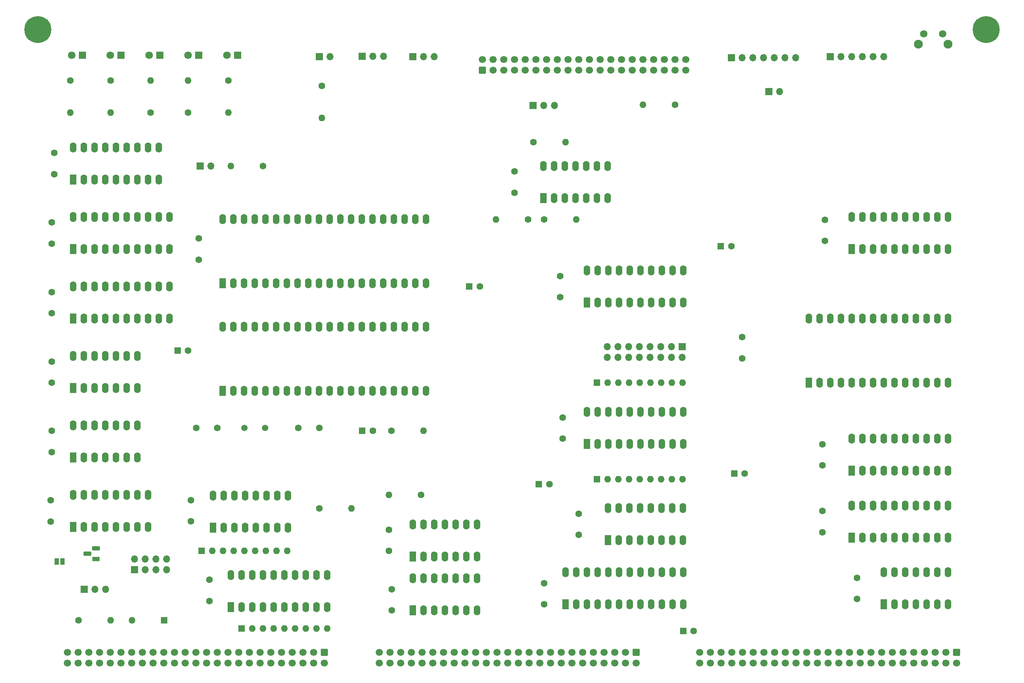
<source format=gbr>
%TF.GenerationSoftware,KiCad,Pcbnew,(6.0.11)*%
%TF.CreationDate,2023-11-11T19:50:57-06:00*%
%TF.ProjectId,processor.tms9995,70726f63-6573-4736-9f72-2e746d733939,v0.75*%
%TF.SameCoordinates,Original*%
%TF.FileFunction,Soldermask,Top*%
%TF.FilePolarity,Negative*%
%FSLAX46Y46*%
G04 Gerber Fmt 4.6, Leading zero omitted, Abs format (unit mm)*
G04 Created by KiCad (PCBNEW (6.0.11)) date 2023-11-11 19:50:57*
%MOMM*%
%LPD*%
G01*
G04 APERTURE LIST*
G04 Aperture macros list*
%AMRoundRect*
0 Rectangle with rounded corners*
0 $1 Rounding radius*
0 $2 $3 $4 $5 $6 $7 $8 $9 X,Y pos of 4 corners*
0 Add a 4 corners polygon primitive as box body*
4,1,4,$2,$3,$4,$5,$6,$7,$8,$9,$2,$3,0*
0 Add four circle primitives for the rounded corners*
1,1,$1+$1,$2,$3*
1,1,$1+$1,$4,$5*
1,1,$1+$1,$6,$7*
1,1,$1+$1,$8,$9*
0 Add four rect primitives between the rounded corners*
20,1,$1+$1,$2,$3,$4,$5,0*
20,1,$1+$1,$4,$5,$6,$7,0*
20,1,$1+$1,$6,$7,$8,$9,0*
20,1,$1+$1,$8,$9,$2,$3,0*%
G04 Aperture macros list end*
%ADD10RoundRect,0.250000X-0.600000X0.600000X-0.600000X-0.600000X0.600000X-0.600000X0.600000X0.600000X0*%
%ADD11C,1.700000*%
%ADD12C,1.600000*%
%ADD13R,1.600000X1.600000*%
%ADD14O,1.600000X1.600000*%
%ADD15R,1.800000X1.800000*%
%ADD16C,1.800000*%
%ADD17R,1.600000X2.400000*%
%ADD18O,1.600000X2.400000*%
%ADD19C,6.400000*%
%ADD20R,1.800000X1.100000*%
%ADD21RoundRect,0.275000X0.625000X-0.275000X0.625000X0.275000X-0.625000X0.275000X-0.625000X-0.275000X0*%
%ADD22C,2.100000*%
%ADD23C,1.750000*%
%ADD24R,1.700000X1.700000*%
%ADD25O,1.700000X1.700000*%
%ADD26R,1.000000X1.500000*%
%ADD27C,1.500000*%
%ADD28RoundRect,0.250000X0.600000X-0.600000X0.600000X0.600000X-0.600000X0.600000X-0.600000X-0.600000X0*%
G04 APERTURE END LIST*
D10*
%TO.C,P1*%
X108000000Y-223000000D03*
D11*
X108000000Y-225540000D03*
X105460000Y-223000000D03*
X105460000Y-225540000D03*
X102920000Y-223000000D03*
X102920000Y-225540000D03*
X100380000Y-223000000D03*
X100380000Y-225540000D03*
X97840000Y-223000000D03*
X97840000Y-225540000D03*
X95300000Y-223000000D03*
X95300000Y-225540000D03*
X92760000Y-223000000D03*
X92760000Y-225540000D03*
X90220000Y-223000000D03*
X90220000Y-225540000D03*
X87680000Y-223000000D03*
X87680000Y-225540000D03*
X85140000Y-223000000D03*
X85140000Y-225540000D03*
X82600000Y-223000000D03*
X82600000Y-225540000D03*
X80060000Y-223000000D03*
X80060000Y-225540000D03*
X77520000Y-223000000D03*
X77520000Y-225540000D03*
X74980000Y-223000000D03*
X74980000Y-225540000D03*
X72440000Y-223000000D03*
X72440000Y-225540000D03*
X69900000Y-223000000D03*
X69900000Y-225540000D03*
X67360000Y-223000000D03*
X67360000Y-225540000D03*
X64820000Y-223000000D03*
X64820000Y-225540000D03*
X62280000Y-223000000D03*
X62280000Y-225540000D03*
X59740000Y-223000000D03*
X59740000Y-225540000D03*
X57200000Y-223000000D03*
X57200000Y-225540000D03*
X54660000Y-223000000D03*
X54660000Y-225540000D03*
X52120000Y-223000000D03*
X52120000Y-225540000D03*
X49580000Y-223000000D03*
X49580000Y-225540000D03*
X47040000Y-223000000D03*
X47040000Y-225540000D03*
%TD*%
D12*
%TO.C,C2*%
X124000000Y-208000000D03*
X124000000Y-213000000D03*
%TD*%
%TO.C,C3*%
X43255000Y-153880000D03*
X43255000Y-158880000D03*
%TD*%
%TO.C,C4*%
X164540000Y-167170000D03*
X164540000Y-172170000D03*
%TD*%
%TO.C,C5*%
X76275000Y-186840000D03*
X76275000Y-191840000D03*
%TD*%
%TO.C,C6*%
X43255000Y-170350000D03*
X43255000Y-175350000D03*
%TD*%
%TO.C,C8*%
X160170000Y-206575000D03*
X160170000Y-211575000D03*
%TD*%
%TO.C,C9*%
X226135000Y-189400000D03*
X226135000Y-194400000D03*
%TD*%
%TO.C,C11*%
X43255000Y-120820000D03*
X43255000Y-125820000D03*
%TD*%
%TO.C,C14*%
X207085000Y-148085000D03*
X207085000Y-153085000D03*
%TD*%
D13*
%TO.C,C26*%
X73164900Y-151260000D03*
D12*
X75664900Y-151260000D03*
%TD*%
%TO.C,C17*%
X43890000Y-104310000D03*
X43890000Y-109310000D03*
%TD*%
D13*
%TO.C,C20*%
X116979900Y-170310000D03*
D12*
X119479900Y-170310000D03*
%TD*%
%TO.C,C21*%
X123265000Y-193845000D03*
X123265000Y-198845000D03*
%TD*%
D13*
%TO.C,C22*%
X158889900Y-183010000D03*
D12*
X161389900Y-183010000D03*
%TD*%
D13*
%TO.C,C28*%
X193115000Y-217935000D03*
D12*
X195615000Y-217935000D03*
%TD*%
D13*
%TO.C,D4*%
X69925000Y-215395000D03*
D14*
X62305000Y-215395000D03*
%TD*%
D15*
%TO.C,D5*%
X68952500Y-81065000D03*
D16*
X66412500Y-81065000D03*
%TD*%
D15*
%TO.C,D6*%
X87367500Y-81065000D03*
D16*
X84827500Y-81065000D03*
%TD*%
D15*
%TO.C,D1*%
X50537500Y-81065000D03*
D16*
X47997500Y-81065000D03*
%TD*%
D15*
%TO.C,D2*%
X78160000Y-81065000D03*
D16*
X75620000Y-81065000D03*
%TD*%
D12*
%TO.C,R5*%
X156285000Y-120145000D03*
D14*
X148665000Y-120145000D03*
%TD*%
D12*
%TO.C,R6*%
X123900000Y-170310000D03*
D14*
X131520000Y-170310000D03*
%TD*%
D17*
%TO.C,U4*%
X48330000Y-176682000D03*
D18*
X50870000Y-176682000D03*
X53410000Y-176682000D03*
X55950000Y-176682000D03*
X58490000Y-176682000D03*
X61030000Y-176682000D03*
X63570000Y-176682000D03*
X63570000Y-169062000D03*
X61030000Y-169062000D03*
X58490000Y-169062000D03*
X55950000Y-169062000D03*
X53410000Y-169062000D03*
X50870000Y-169062000D03*
X48330000Y-169062000D03*
%TD*%
D17*
%TO.C,U5*%
X128975000Y-200200000D03*
D18*
X131515000Y-200200000D03*
X134055000Y-200200000D03*
X136595000Y-200200000D03*
X139135000Y-200200000D03*
X141675000Y-200200000D03*
X144215000Y-200200000D03*
X144215000Y-192580000D03*
X141675000Y-192580000D03*
X139135000Y-192580000D03*
X136595000Y-192580000D03*
X134055000Y-192580000D03*
X131515000Y-192580000D03*
X128975000Y-192580000D03*
%TD*%
D17*
%TO.C,U6*%
X81575000Y-193315000D03*
D18*
X84115000Y-193315000D03*
X86655000Y-193315000D03*
X89195000Y-193315000D03*
X91735000Y-193315000D03*
X94275000Y-193315000D03*
X96815000Y-193315000D03*
X99355000Y-193315000D03*
X99355000Y-185695000D03*
X96815000Y-185695000D03*
X94275000Y-185695000D03*
X91735000Y-185695000D03*
X89195000Y-185695000D03*
X86655000Y-185695000D03*
X84115000Y-185695000D03*
X81575000Y-185695000D03*
%TD*%
D17*
%TO.C,U8*%
X165170000Y-211575000D03*
D18*
X167710000Y-211575000D03*
X170250000Y-211575000D03*
X172790000Y-211575000D03*
X175330000Y-211575000D03*
X177870000Y-211575000D03*
X180410000Y-211575000D03*
X182950000Y-211575000D03*
X185490000Y-211575000D03*
X188030000Y-211575000D03*
X190570000Y-211575000D03*
X193110000Y-211575000D03*
X193110000Y-203955000D03*
X190570000Y-203955000D03*
X188030000Y-203955000D03*
X185490000Y-203955000D03*
X182950000Y-203955000D03*
X180410000Y-203955000D03*
X177870000Y-203955000D03*
X175330000Y-203955000D03*
X172790000Y-203955000D03*
X170250000Y-203955000D03*
X167710000Y-203955000D03*
X165170000Y-203955000D03*
%TD*%
D17*
%TO.C,U15*%
X48330000Y-193200000D03*
D18*
X50870000Y-193200000D03*
X53410000Y-193200000D03*
X55950000Y-193200000D03*
X58490000Y-193200000D03*
X61030000Y-193200000D03*
X63570000Y-193200000D03*
X66110000Y-193200000D03*
X66110000Y-185580000D03*
X63570000Y-185580000D03*
X61030000Y-185580000D03*
X58490000Y-185580000D03*
X55950000Y-185580000D03*
X53410000Y-185580000D03*
X50870000Y-185580000D03*
X48330000Y-185580000D03*
%TD*%
D17*
%TO.C,U1*%
X128975000Y-213000000D03*
D18*
X131515000Y-213000000D03*
X134055000Y-213000000D03*
X136595000Y-213000000D03*
X139135000Y-213000000D03*
X141675000Y-213000000D03*
X144215000Y-213000000D03*
X144215000Y-205380000D03*
X141675000Y-205380000D03*
X139135000Y-205380000D03*
X136595000Y-205380000D03*
X134055000Y-205380000D03*
X131515000Y-205380000D03*
X128975000Y-205380000D03*
%TD*%
D10*
%TO.C,P2*%
X182000000Y-223000000D03*
D11*
X182000000Y-225540000D03*
X179460000Y-223000000D03*
X179460000Y-225540000D03*
X176920000Y-223000000D03*
X176920000Y-225540000D03*
X174380000Y-223000000D03*
X174380000Y-225540000D03*
X171840000Y-223000000D03*
X171840000Y-225540000D03*
X169300000Y-223000000D03*
X169300000Y-225540000D03*
X166760000Y-223000000D03*
X166760000Y-225540000D03*
X164220000Y-223000000D03*
X164220000Y-225540000D03*
X161680000Y-223000000D03*
X161680000Y-225540000D03*
X159140000Y-223000000D03*
X159140000Y-225540000D03*
X156600000Y-223000000D03*
X156600000Y-225540000D03*
X154060000Y-223000000D03*
X154060000Y-225540000D03*
X151520000Y-223000000D03*
X151520000Y-225540000D03*
X148980000Y-223000000D03*
X148980000Y-225540000D03*
X146440000Y-223000000D03*
X146440000Y-225540000D03*
X143900000Y-223000000D03*
X143900000Y-225540000D03*
X141360000Y-223000000D03*
X141360000Y-225540000D03*
X138820000Y-223000000D03*
X138820000Y-225540000D03*
X136280000Y-223000000D03*
X136280000Y-225540000D03*
X133740000Y-223000000D03*
X133740000Y-225540000D03*
X131200000Y-223000000D03*
X131200000Y-225540000D03*
X128660000Y-223000000D03*
X128660000Y-225540000D03*
X126120000Y-223000000D03*
X126120000Y-225540000D03*
X123580000Y-223000000D03*
X123580000Y-225540000D03*
X121040000Y-223000000D03*
X121040000Y-225540000D03*
%TD*%
D19*
%TO.C,H2*%
X265000000Y-75000000D03*
%TD*%
D13*
%TO.C,RN1*%
X78815000Y-198885000D03*
D14*
X81355000Y-198885000D03*
X83895000Y-198885000D03*
X86435000Y-198885000D03*
X88975000Y-198885000D03*
X91515000Y-198885000D03*
X94055000Y-198885000D03*
X96595000Y-198885000D03*
X99135000Y-198885000D03*
%TD*%
D17*
%TO.C,U11*%
X85800000Y-212220000D03*
D18*
X88340000Y-212220000D03*
X90880000Y-212220000D03*
X93420000Y-212220000D03*
X95960000Y-212220000D03*
X98500000Y-212220000D03*
X101040000Y-212220000D03*
X103580000Y-212220000D03*
X106120000Y-212220000D03*
X108660000Y-212220000D03*
X108660000Y-204600000D03*
X106120000Y-204600000D03*
X103580000Y-204600000D03*
X101040000Y-204600000D03*
X98500000Y-204600000D03*
X95960000Y-204600000D03*
X93420000Y-204600000D03*
X90880000Y-204600000D03*
X88340000Y-204600000D03*
X85800000Y-204600000D03*
%TD*%
D17*
%TO.C,U16*%
X240745000Y-211575000D03*
D18*
X243285000Y-211575000D03*
X245825000Y-211575000D03*
X248365000Y-211575000D03*
X250905000Y-211575000D03*
X253445000Y-211575000D03*
X255985000Y-211575000D03*
X255985000Y-203955000D03*
X253445000Y-203955000D03*
X250905000Y-203955000D03*
X248365000Y-203955000D03*
X245825000Y-203955000D03*
X243285000Y-203955000D03*
X240745000Y-203955000D03*
%TD*%
D12*
%TO.C,C19*%
X43000000Y-186860000D03*
X43000000Y-191860000D03*
%TD*%
D13*
%TO.C,C18*%
X142379900Y-136020000D03*
D12*
X144879900Y-136020000D03*
%TD*%
%TO.C,C12*%
X78180000Y-124630000D03*
X78180000Y-129630000D03*
%TD*%
%TO.C,C16*%
X80715000Y-205740000D03*
X80715000Y-210740000D03*
%TD*%
D19*
%TO.C,H1*%
X40000000Y-75000000D03*
%TD*%
D10*
%TO.C,P3*%
X258000000Y-223000000D03*
D11*
X258000000Y-225540000D03*
X255460000Y-223000000D03*
X255460000Y-225540000D03*
X252920000Y-223000000D03*
X252920000Y-225540000D03*
X250380000Y-223000000D03*
X250380000Y-225540000D03*
X247840000Y-223000000D03*
X247840000Y-225540000D03*
X245300000Y-223000000D03*
X245300000Y-225540000D03*
X242760000Y-223000000D03*
X242760000Y-225540000D03*
X240220000Y-223000000D03*
X240220000Y-225540000D03*
X237680000Y-223000000D03*
X237680000Y-225540000D03*
X235140000Y-223000000D03*
X235140000Y-225540000D03*
X232600000Y-223000000D03*
X232600000Y-225540000D03*
X230060000Y-223000000D03*
X230060000Y-225540000D03*
X227520000Y-223000000D03*
X227520000Y-225540000D03*
X224980000Y-223000000D03*
X224980000Y-225540000D03*
X222440000Y-223000000D03*
X222440000Y-225540000D03*
X219900000Y-223000000D03*
X219900000Y-225540000D03*
X217360000Y-223000000D03*
X217360000Y-225540000D03*
X214820000Y-223000000D03*
X214820000Y-225540000D03*
X212280000Y-223000000D03*
X212280000Y-225540000D03*
X209740000Y-223000000D03*
X209740000Y-225540000D03*
X207200000Y-223000000D03*
X207200000Y-225540000D03*
X204660000Y-223000000D03*
X204660000Y-225540000D03*
X202120000Y-223000000D03*
X202120000Y-225540000D03*
X199580000Y-223000000D03*
X199580000Y-225540000D03*
X197040000Y-223000000D03*
X197040000Y-225540000D03*
%TD*%
D17*
%TO.C,U13*%
X48330000Y-127128000D03*
D18*
X50870000Y-127128000D03*
X53410000Y-127128000D03*
X55950000Y-127128000D03*
X58490000Y-127128000D03*
X61030000Y-127128000D03*
X63570000Y-127128000D03*
X66110000Y-127128000D03*
X68650000Y-127128000D03*
X71190000Y-127128000D03*
X71190000Y-119508000D03*
X68650000Y-119508000D03*
X66110000Y-119508000D03*
X63570000Y-119508000D03*
X61030000Y-119508000D03*
X58490000Y-119508000D03*
X55950000Y-119508000D03*
X53410000Y-119508000D03*
X50870000Y-119508000D03*
X48330000Y-119508000D03*
%TD*%
D20*
%TO.C,U19*%
X53815000Y-200790000D03*
D21*
X51745000Y-199520000D03*
X53815000Y-198250000D03*
%TD*%
D17*
%TO.C,U7*%
X48330000Y-160164000D03*
D18*
X50870000Y-160164000D03*
X53410000Y-160164000D03*
X55950000Y-160164000D03*
X58490000Y-160164000D03*
X61030000Y-160164000D03*
X63570000Y-160164000D03*
X63570000Y-152544000D03*
X61030000Y-152544000D03*
X58490000Y-152544000D03*
X55950000Y-152544000D03*
X53410000Y-152544000D03*
X50870000Y-152544000D03*
X48330000Y-152544000D03*
%TD*%
D12*
%TO.C,C1*%
X163905000Y-138560000D03*
X163905000Y-133560000D03*
%TD*%
D17*
%TO.C,U20*%
X170270000Y-173475000D03*
D18*
X172810000Y-173475000D03*
X175350000Y-173475000D03*
X177890000Y-173475000D03*
X180430000Y-173475000D03*
X182970000Y-173475000D03*
X185510000Y-173475000D03*
X188050000Y-173475000D03*
X190590000Y-173475000D03*
X193130000Y-173475000D03*
X193130000Y-165855000D03*
X190590000Y-165855000D03*
X188050000Y-165855000D03*
X185510000Y-165855000D03*
X182970000Y-165855000D03*
X180430000Y-165855000D03*
X177890000Y-165855000D03*
X175350000Y-165855000D03*
X172810000Y-165855000D03*
X170270000Y-165855000D03*
%TD*%
D17*
%TO.C,U9*%
X233145000Y-127120000D03*
D18*
X235685000Y-127120000D03*
X238225000Y-127120000D03*
X240765000Y-127120000D03*
X243305000Y-127120000D03*
X245845000Y-127120000D03*
X248385000Y-127120000D03*
X250925000Y-127120000D03*
X253465000Y-127120000D03*
X256005000Y-127120000D03*
X256005000Y-119500000D03*
X253465000Y-119500000D03*
X250925000Y-119500000D03*
X248385000Y-119500000D03*
X245845000Y-119500000D03*
X243305000Y-119500000D03*
X240765000Y-119500000D03*
X238225000Y-119500000D03*
X235685000Y-119500000D03*
X233145000Y-119500000D03*
%TD*%
D17*
%TO.C,U10*%
X170260000Y-139820000D03*
D18*
X172800000Y-139820000D03*
X175340000Y-139820000D03*
X177880000Y-139820000D03*
X180420000Y-139820000D03*
X182960000Y-139820000D03*
X185500000Y-139820000D03*
X188040000Y-139820000D03*
X190580000Y-139820000D03*
X193120000Y-139820000D03*
X193120000Y-132200000D03*
X190580000Y-132200000D03*
X188040000Y-132200000D03*
X185500000Y-132200000D03*
X182960000Y-132200000D03*
X180420000Y-132200000D03*
X177880000Y-132200000D03*
X175340000Y-132200000D03*
X172800000Y-132200000D03*
X170260000Y-132200000D03*
%TD*%
D17*
%TO.C,U12*%
X233145000Y-195705000D03*
D18*
X235685000Y-195705000D03*
X238225000Y-195705000D03*
X240765000Y-195705000D03*
X243305000Y-195705000D03*
X245845000Y-195705000D03*
X248385000Y-195705000D03*
X250925000Y-195705000D03*
X253465000Y-195705000D03*
X256005000Y-195705000D03*
X256005000Y-188085000D03*
X253465000Y-188085000D03*
X250925000Y-188085000D03*
X248385000Y-188085000D03*
X245845000Y-188085000D03*
X243305000Y-188085000D03*
X240765000Y-188085000D03*
X238225000Y-188085000D03*
X235685000Y-188085000D03*
X233145000Y-188085000D03*
%TD*%
D17*
%TO.C,U14*%
X233145000Y-179835000D03*
D18*
X235685000Y-179835000D03*
X238225000Y-179835000D03*
X240765000Y-179835000D03*
X243305000Y-179835000D03*
X245845000Y-179835000D03*
X248385000Y-179835000D03*
X250925000Y-179835000D03*
X253465000Y-179835000D03*
X256005000Y-179835000D03*
X256005000Y-172215000D03*
X253465000Y-172215000D03*
X250925000Y-172215000D03*
X248385000Y-172215000D03*
X245845000Y-172215000D03*
X243305000Y-172215000D03*
X240765000Y-172215000D03*
X238225000Y-172215000D03*
X235685000Y-172215000D03*
X233145000Y-172215000D03*
%TD*%
D17*
%TO.C,U2*%
X160000000Y-115000000D03*
D18*
X162540000Y-115000000D03*
X165080000Y-115000000D03*
X167620000Y-115000000D03*
X170160000Y-115000000D03*
X172700000Y-115000000D03*
X175240000Y-115000000D03*
X175240000Y-107380000D03*
X172700000Y-107380000D03*
X170160000Y-107380000D03*
X167620000Y-107380000D03*
X165080000Y-107380000D03*
X162540000Y-107380000D03*
X160000000Y-107380000D03*
%TD*%
D15*
%TO.C,D3*%
X59745000Y-81065000D03*
D16*
X57205000Y-81065000D03*
%TD*%
D12*
%TO.C,R4*%
X93420000Y-107445000D03*
D14*
X85800000Y-107445000D03*
%TD*%
D22*
%TO.C,SW1*%
X255985000Y-78452500D03*
X248975000Y-78452500D03*
D23*
X250225000Y-75962500D03*
X254725000Y-75962500D03*
%TD*%
D12*
%TO.C,R1*%
X47700000Y-87125000D03*
D14*
X47700000Y-94745000D03*
%TD*%
D17*
%TO.C,U18*%
X222945000Y-158885000D03*
D18*
X225485000Y-158885000D03*
X228025000Y-158885000D03*
X230565000Y-158885000D03*
X233105000Y-158885000D03*
X235645000Y-158885000D03*
X238185000Y-158885000D03*
X240725000Y-158885000D03*
X243265000Y-158885000D03*
X245805000Y-158885000D03*
X248345000Y-158885000D03*
X250885000Y-158885000D03*
X253425000Y-158885000D03*
X255965000Y-158885000D03*
X255965000Y-143645000D03*
X253425000Y-143645000D03*
X250885000Y-143645000D03*
X248345000Y-143645000D03*
X245805000Y-143645000D03*
X243265000Y-143645000D03*
X240725000Y-143645000D03*
X238185000Y-143645000D03*
X235645000Y-143645000D03*
X233105000Y-143645000D03*
X230565000Y-143645000D03*
X228025000Y-143645000D03*
X225485000Y-143645000D03*
X222945000Y-143645000D03*
%TD*%
D13*
%TO.C,C24*%
X205244900Y-180470000D03*
D12*
X207744900Y-180470000D03*
%TD*%
%TO.C,C7*%
X153110000Y-113715000D03*
X153110000Y-108715000D03*
%TD*%
%TO.C,R8*%
X49605000Y-215395000D03*
D14*
X57225000Y-215395000D03*
%TD*%
D17*
%TO.C,U3*%
X83875000Y-160790000D03*
D18*
X86415000Y-160790000D03*
X88955000Y-160790000D03*
X91495000Y-160790000D03*
X94035000Y-160790000D03*
X96575000Y-160790000D03*
X99115000Y-160790000D03*
X101655000Y-160790000D03*
X104195000Y-160790000D03*
X106735000Y-160790000D03*
X109275000Y-160790000D03*
X111815000Y-160790000D03*
X114355000Y-160790000D03*
X116895000Y-160790000D03*
X119435000Y-160790000D03*
X121975000Y-160790000D03*
X124515000Y-160790000D03*
X127055000Y-160790000D03*
X129595000Y-160790000D03*
X132135000Y-160790000D03*
X132135000Y-145550000D03*
X129595000Y-145550000D03*
X127055000Y-145550000D03*
X124515000Y-145550000D03*
X121975000Y-145550000D03*
X119435000Y-145550000D03*
X116895000Y-145550000D03*
X114355000Y-145550000D03*
X111815000Y-145550000D03*
X109275000Y-145550000D03*
X106735000Y-145550000D03*
X104195000Y-145550000D03*
X101655000Y-145550000D03*
X99115000Y-145550000D03*
X96575000Y-145550000D03*
X94035000Y-145550000D03*
X91495000Y-145550000D03*
X88955000Y-145550000D03*
X86415000Y-145550000D03*
X83875000Y-145550000D03*
%TD*%
D12*
%TO.C,R10*%
X66750000Y-94745000D03*
D14*
X66750000Y-87125000D03*
%TD*%
D17*
%TO.C,U22*%
X175320000Y-196335000D03*
D18*
X177860000Y-196335000D03*
X180400000Y-196335000D03*
X182940000Y-196335000D03*
X185480000Y-196335000D03*
X188020000Y-196335000D03*
X190560000Y-196335000D03*
X193100000Y-196335000D03*
X193100000Y-188715000D03*
X190560000Y-188715000D03*
X188020000Y-188715000D03*
X185480000Y-188715000D03*
X182940000Y-188715000D03*
X180400000Y-188715000D03*
X177860000Y-188715000D03*
X175320000Y-188715000D03*
%TD*%
D24*
%TO.C,J7*%
X204540000Y-81700000D03*
D25*
X207080000Y-81700000D03*
X209620000Y-81700000D03*
X212160000Y-81700000D03*
X214700000Y-81700000D03*
X217240000Y-81700000D03*
X219780000Y-81700000D03*
%TD*%
D12*
%TO.C,R12*%
X85165000Y-87125000D03*
D14*
X85165000Y-94745000D03*
%TD*%
D24*
%TO.C,JP1*%
X62940000Y-203330000D03*
D25*
X62940000Y-200790000D03*
X65480000Y-203330000D03*
X65480000Y-200790000D03*
X68020000Y-203330000D03*
X68020000Y-200790000D03*
X70560000Y-203330000D03*
X70560000Y-200790000D03*
%TD*%
D26*
%TO.C,JP3*%
X44510000Y-201425000D03*
X45810000Y-201425000D03*
%TD*%
D27*
%TO.C,Y1*%
X89015000Y-169675000D03*
X93895000Y-169675000D03*
%TD*%
D12*
%TO.C,R3*%
X75640000Y-94745000D03*
D14*
X75640000Y-87125000D03*
%TD*%
D24*
%TO.C,J6*%
X213430000Y-89750000D03*
D25*
X215970000Y-89750000D03*
%TD*%
D24*
%TO.C,J3*%
X116930000Y-81340000D03*
D25*
X119470000Y-81340000D03*
X122010000Y-81340000D03*
%TD*%
D12*
%TO.C,C15*%
X234390000Y-210315000D03*
X234390000Y-205315000D03*
%TD*%
%TO.C,C25*%
X43255000Y-142370000D03*
X43255000Y-137370000D03*
%TD*%
%TO.C,C10*%
X226135000Y-178565000D03*
X226135000Y-173565000D03*
%TD*%
D17*
%TO.C,U23*%
X83875000Y-135290000D03*
D18*
X86415000Y-135290000D03*
X88955000Y-135290000D03*
X91495000Y-135290000D03*
X94035000Y-135290000D03*
X96575000Y-135290000D03*
X99115000Y-135290000D03*
X101655000Y-135290000D03*
X104195000Y-135290000D03*
X106735000Y-135290000D03*
X109275000Y-135290000D03*
X111815000Y-135290000D03*
X114355000Y-135290000D03*
X116895000Y-135290000D03*
X119435000Y-135290000D03*
X121975000Y-135290000D03*
X124515000Y-135290000D03*
X127055000Y-135290000D03*
X129595000Y-135290000D03*
X132135000Y-135290000D03*
X132135000Y-120050000D03*
X129595000Y-120050000D03*
X127055000Y-120050000D03*
X124515000Y-120050000D03*
X121975000Y-120050000D03*
X119435000Y-120050000D03*
X116895000Y-120050000D03*
X114355000Y-120050000D03*
X111815000Y-120050000D03*
X109275000Y-120050000D03*
X106735000Y-120050000D03*
X104195000Y-120050000D03*
X101655000Y-120050000D03*
X99115000Y-120050000D03*
X96575000Y-120050000D03*
X94035000Y-120050000D03*
X91495000Y-120050000D03*
X88955000Y-120050000D03*
X86415000Y-120050000D03*
X83875000Y-120050000D03*
%TD*%
D12*
%TO.C,R11*%
X157555000Y-101730000D03*
D14*
X165175000Y-101730000D03*
%TD*%
D24*
%TO.C,J1*%
X192920000Y-150345000D03*
D25*
X192920000Y-152885000D03*
X190380000Y-150345000D03*
X190380000Y-152885000D03*
X187840000Y-150345000D03*
X187840000Y-152885000D03*
X185300000Y-150345000D03*
X185300000Y-152885000D03*
X182760000Y-150345000D03*
X182760000Y-152885000D03*
X180220000Y-150345000D03*
X180220000Y-152885000D03*
X177680000Y-150345000D03*
X177680000Y-152885000D03*
X175140000Y-150345000D03*
X175140000Y-152885000D03*
%TD*%
D12*
%TO.C,C40*%
X106755000Y-169675000D03*
X101755000Y-169675000D03*
%TD*%
D24*
%TO.C,J4*%
X78492500Y-107445000D03*
D25*
X81032500Y-107445000D03*
%TD*%
D13*
%TO.C,RN3*%
X172670000Y-158880000D03*
D14*
X175210000Y-158880000D03*
X177750000Y-158880000D03*
X180290000Y-158880000D03*
X182830000Y-158880000D03*
X185370000Y-158880000D03*
X187910000Y-158880000D03*
X190450000Y-158880000D03*
X192990000Y-158880000D03*
%TD*%
D12*
%TO.C,R7*%
X57225000Y-87125000D03*
D14*
X57225000Y-94745000D03*
%TD*%
D24*
%TO.C,JP2*%
X50975000Y-208000000D03*
D25*
X53515000Y-208000000D03*
X56055000Y-208000000D03*
%TD*%
D12*
%TO.C,R14*%
X191210000Y-92840000D03*
D14*
X183590000Y-92840000D03*
%TD*%
D24*
%TO.C,JP5*%
X157500000Y-93000000D03*
D25*
X160040000Y-93000000D03*
X162580000Y-93000000D03*
%TD*%
D12*
%TO.C,R15*%
X106755000Y-188745000D03*
D14*
X114375000Y-188745000D03*
%TD*%
D12*
%TO.C,C41*%
X77585000Y-169675000D03*
X82585000Y-169675000D03*
%TD*%
D13*
%TO.C,RN4*%
X88340000Y-217300000D03*
D14*
X90880000Y-217300000D03*
X93420000Y-217300000D03*
X95960000Y-217300000D03*
X98500000Y-217300000D03*
X101040000Y-217300000D03*
X103580000Y-217300000D03*
X106120000Y-217300000D03*
X108660000Y-217300000D03*
%TD*%
D12*
%TO.C,R13*%
X107390000Y-88395000D03*
D14*
X107390000Y-96015000D03*
%TD*%
D13*
%TO.C,C42*%
X202069900Y-126495000D03*
D12*
X204569900Y-126495000D03*
%TD*%
D13*
%TO.C,RN2*%
X172670000Y-181815000D03*
D14*
X175210000Y-181815000D03*
X177750000Y-181815000D03*
X180290000Y-181815000D03*
X182830000Y-181815000D03*
X185370000Y-181815000D03*
X187910000Y-181815000D03*
X190450000Y-181815000D03*
X192990000Y-181815000D03*
%TD*%
D24*
%TO.C,J5*%
X228040000Y-81425000D03*
D25*
X230580000Y-81425000D03*
X233120000Y-81425000D03*
X235660000Y-81425000D03*
X238200000Y-81425000D03*
X240740000Y-81425000D03*
%TD*%
D28*
%TO.C,P4*%
X145490000Y-84652500D03*
D11*
X145490000Y-82112500D03*
X148030000Y-84652500D03*
X148030000Y-82112500D03*
X150570000Y-84652500D03*
X150570000Y-82112500D03*
X153110000Y-84652500D03*
X153110000Y-82112500D03*
X155650000Y-84652500D03*
X155650000Y-82112500D03*
X158190000Y-84652500D03*
X158190000Y-82112500D03*
X160730000Y-84652500D03*
X160730000Y-82112500D03*
X163270000Y-84652500D03*
X163270000Y-82112500D03*
X165810000Y-84652500D03*
X165810000Y-82112500D03*
X168350000Y-84652500D03*
X168350000Y-82112500D03*
X170890000Y-84652500D03*
X170890000Y-82112500D03*
X173430000Y-84652500D03*
X173430000Y-82112500D03*
X175970000Y-84652500D03*
X175970000Y-82112500D03*
X178510000Y-84652500D03*
X178510000Y-82112500D03*
X181050000Y-84652500D03*
X181050000Y-82112500D03*
X183590000Y-84652500D03*
X183590000Y-82112500D03*
X186130000Y-84652500D03*
X186130000Y-82112500D03*
X188670000Y-84652500D03*
X188670000Y-82112500D03*
X191210000Y-84652500D03*
X191210000Y-82112500D03*
X193750000Y-84652500D03*
X193750000Y-82112500D03*
%TD*%
D12*
%TO.C,R2*%
X130885000Y-185550000D03*
D14*
X123265000Y-185550000D03*
%TD*%
D12*
%TO.C,C13*%
X226770000Y-125225000D03*
X226770000Y-120225000D03*
%TD*%
%TO.C,C23*%
X168350000Y-195035000D03*
X168350000Y-190035000D03*
%TD*%
D17*
%TO.C,U17*%
X48330000Y-143646000D03*
D18*
X50870000Y-143646000D03*
X53410000Y-143646000D03*
X55950000Y-143646000D03*
X58490000Y-143646000D03*
X61030000Y-143646000D03*
X63570000Y-143646000D03*
X66110000Y-143646000D03*
X68650000Y-143646000D03*
X71190000Y-143646000D03*
X71190000Y-136026000D03*
X68650000Y-136026000D03*
X66110000Y-136026000D03*
X63570000Y-136026000D03*
X61030000Y-136026000D03*
X58490000Y-136026000D03*
X55950000Y-136026000D03*
X53410000Y-136026000D03*
X50870000Y-136026000D03*
X48330000Y-136026000D03*
%TD*%
D12*
%TO.C,R9*%
X160095000Y-120145000D03*
D14*
X167715000Y-120145000D03*
%TD*%
D24*
%TO.C,JP4*%
X106755000Y-81410000D03*
D25*
X109295000Y-81410000D03*
%TD*%
D17*
%TO.C,U21*%
X48330000Y-110610000D03*
D18*
X50870000Y-110610000D03*
X53410000Y-110610000D03*
X55950000Y-110610000D03*
X58490000Y-110610000D03*
X61030000Y-110610000D03*
X63570000Y-110610000D03*
X66110000Y-110610000D03*
X68650000Y-110610000D03*
X68650000Y-102990000D03*
X66110000Y-102990000D03*
X63570000Y-102990000D03*
X61030000Y-102990000D03*
X58490000Y-102990000D03*
X55950000Y-102990000D03*
X53410000Y-102990000D03*
X50870000Y-102990000D03*
X48330000Y-102990000D03*
%TD*%
D24*
%TO.C,J2*%
X128980000Y-81410000D03*
D25*
X131520000Y-81410000D03*
X134060000Y-81410000D03*
%TD*%
M02*

</source>
